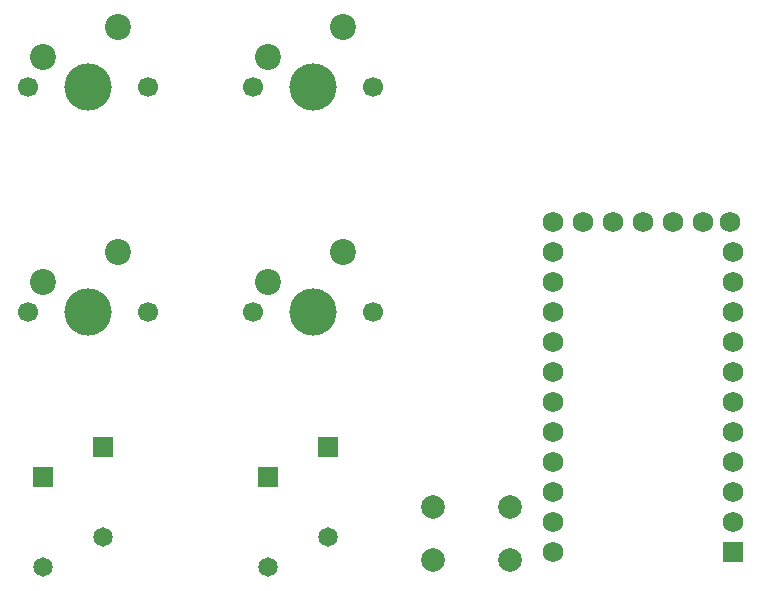
<source format=gbr>
%TF.GenerationSoftware,KiCad,Pcbnew,(5.1.7)-1*%
%TF.CreationDate,2020-10-24T11:29:13-04:00*%
%TF.ProjectId,example-keyboard,6578616d-706c-4652-9d6b-6579626f6172,rev?*%
%TF.SameCoordinates,Original*%
%TF.FileFunction,Soldermask,Bot*%
%TF.FilePolarity,Negative*%
%FSLAX46Y46*%
G04 Gerber Fmt 4.6, Leading zero omitted, Abs format (unit mm)*
G04 Created by KiCad (PCBNEW (5.1.7)-1) date 2020-10-24 11:29:13*
%MOMM*%
%LPD*%
G01*
G04 APERTURE LIST*
%ADD10C,1.752600*%
%ADD11R,1.752600X1.752600*%
%ADD12C,2.000000*%
%ADD13C,1.700000*%
%ADD14C,4.000000*%
%ADD15C,2.200000*%
%ADD16R,1.651000X1.651000*%
%ADD17C,1.651000*%
G04 APERTURE END LIST*
D10*
%TO.C,U1*%
X129540000Y-69850000D03*
X127000000Y-69850000D03*
X124460000Y-69850000D03*
X121920000Y-69850000D03*
X119380000Y-69850000D03*
X116840000Y-97790000D03*
X131851400Y-69850000D03*
X116840000Y-95250000D03*
X116840000Y-92710000D03*
X116840000Y-90170000D03*
X116840000Y-87630000D03*
X116840000Y-85090000D03*
X116840000Y-82550000D03*
X116840000Y-80010000D03*
X116840000Y-77470000D03*
X116840000Y-74930000D03*
X116840000Y-72390000D03*
X116840000Y-69850000D03*
X132080000Y-72390000D03*
X132080000Y-74930000D03*
X132080000Y-77470000D03*
X132080000Y-80010000D03*
X132080000Y-82550000D03*
X132080000Y-85090000D03*
X132080000Y-87630000D03*
X132080000Y-90170000D03*
X132080000Y-92710000D03*
X132080000Y-95250000D03*
D11*
X132080000Y-97790000D03*
%TD*%
D12*
%TO.C,SW1*%
X113180000Y-93980000D03*
X113180000Y-98480000D03*
X106680000Y-93980000D03*
X106680000Y-98480000D03*
%TD*%
D13*
%TO.C,MX4*%
X101600000Y-77470000D03*
X91440000Y-77470000D03*
D14*
X96520000Y-77470000D03*
D15*
X92710000Y-74930000D03*
X99060000Y-72390000D03*
%TD*%
D13*
%TO.C,MX3*%
X82550000Y-77470000D03*
X72390000Y-77470000D03*
D14*
X77470000Y-77470000D03*
D15*
X73660000Y-74930000D03*
X80010000Y-72390000D03*
%TD*%
D13*
%TO.C,MX2*%
X101600000Y-58420000D03*
X91440000Y-58420000D03*
D14*
X96520000Y-58420000D03*
D15*
X92710000Y-55880000D03*
X99060000Y-53340000D03*
%TD*%
D13*
%TO.C,MX1*%
X82550000Y-58420000D03*
X72390000Y-58420000D03*
D14*
X77470000Y-58420000D03*
D15*
X73660000Y-55880000D03*
X80010000Y-53340000D03*
%TD*%
D16*
%TO.C,D4*%
X97790000Y-88900000D03*
D17*
X97790000Y-96520000D03*
%TD*%
D16*
%TO.C,D3*%
X92710000Y-91440000D03*
D17*
X92710000Y-99060000D03*
%TD*%
D16*
%TO.C,D2*%
X78740000Y-88900000D03*
D17*
X78740000Y-96520000D03*
%TD*%
D16*
%TO.C,D1*%
X73660000Y-91440000D03*
D17*
X73660000Y-99060000D03*
%TD*%
M02*

</source>
